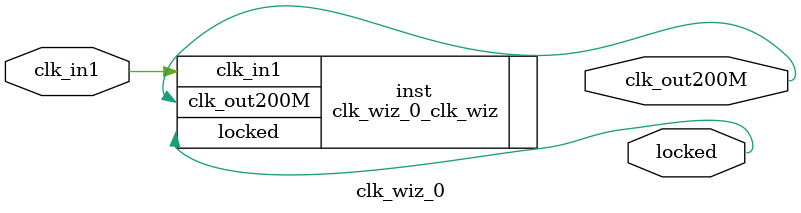
<source format=v>


`timescale 1ps/1ps

(* CORE_GENERATION_INFO = "clk_wiz_0,clk_wiz_v6_0_6_0_0,{component_name=clk_wiz_0,use_phase_alignment=true,use_min_o_jitter=false,use_max_i_jitter=false,use_dyn_phase_shift=false,use_inclk_switchover=false,use_dyn_reconfig=false,enable_axi=0,feedback_source=FDBK_AUTO,PRIMITIVE=MMCM,num_out_clk=1,clkin1_period=5.000,clkin2_period=10.0,use_power_down=false,use_reset=false,use_locked=true,use_inclk_stopped=false,feedback_type=SINGLE,CLOCK_MGR_TYPE=NA,manual_override=false}" *)

module clk_wiz_0 
 (
  // Clock out ports
  output        clk_out200M,
  // Status and control signals
  output        locked,
 // Clock in ports
  input         clk_in1
 );

  clk_wiz_0_clk_wiz inst
  (
  // Clock out ports  
  .clk_out200M(clk_out200M),
  // Status and control signals               
  .locked(locked),
 // Clock in ports
  .clk_in1(clk_in1)
  );

endmodule

</source>
